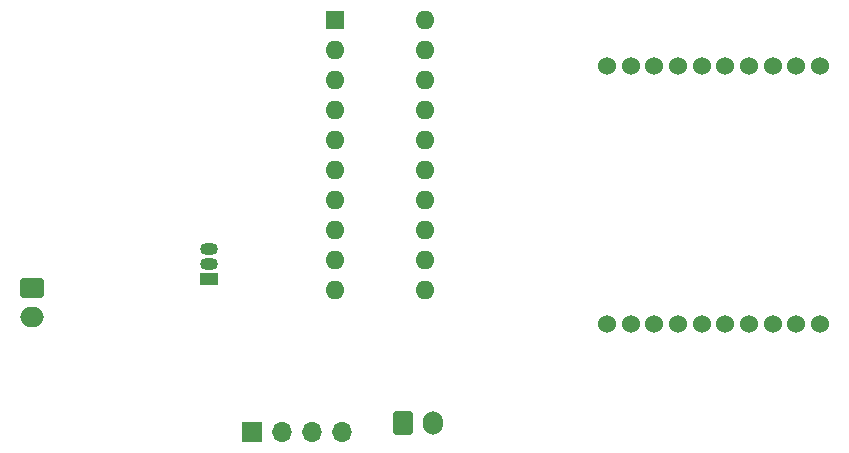
<source format=gbr>
%TF.GenerationSoftware,KiCad,Pcbnew,8.0.6*%
%TF.CreationDate,2025-02-05T16:39:24-07:00*%
%TF.ProjectId,PACS_1.0,50414353-5f31-42e3-902e-6b696361645f,rev?*%
%TF.SameCoordinates,Original*%
%TF.FileFunction,Soldermask,Bot*%
%TF.FilePolarity,Negative*%
%FSLAX46Y46*%
G04 Gerber Fmt 4.6, Leading zero omitted, Abs format (unit mm)*
G04 Created by KiCad (PCBNEW 8.0.6) date 2025-02-05 16:39:24*
%MOMM*%
%LPD*%
G01*
G04 APERTURE LIST*
G04 Aperture macros list*
%AMRoundRect*
0 Rectangle with rounded corners*
0 $1 Rounding radius*
0 $2 $3 $4 $5 $6 $7 $8 $9 X,Y pos of 4 corners*
0 Add a 4 corners polygon primitive as box body*
4,1,4,$2,$3,$4,$5,$6,$7,$8,$9,$2,$3,0*
0 Add four circle primitives for the rounded corners*
1,1,$1+$1,$2,$3*
1,1,$1+$1,$4,$5*
1,1,$1+$1,$6,$7*
1,1,$1+$1,$8,$9*
0 Add four rect primitives between the rounded corners*
20,1,$1+$1,$2,$3,$4,$5,0*
20,1,$1+$1,$4,$5,$6,$7,0*
20,1,$1+$1,$6,$7,$8,$9,0*
20,1,$1+$1,$8,$9,$2,$3,0*%
G04 Aperture macros list end*
%ADD10R,1.500000X1.050000*%
%ADD11O,1.500000X1.050000*%
%ADD12R,1.600000X1.600000*%
%ADD13O,1.600000X1.600000*%
%ADD14R,1.700000X1.700000*%
%ADD15O,1.700000X1.700000*%
%ADD16RoundRect,0.250000X-0.750000X0.600000X-0.750000X-0.600000X0.750000X-0.600000X0.750000X0.600000X0*%
%ADD17O,2.000000X1.700000*%
%ADD18RoundRect,0.250000X-0.600000X-0.750000X0.600000X-0.750000X0.600000X0.750000X-0.600000X0.750000X0*%
%ADD19O,1.700000X2.000000*%
%ADD20C,1.524000*%
G04 APERTURE END LIST*
D10*
%TO.C,Q1*%
X161000000Y-96270000D03*
D11*
X161000000Y-95000000D03*
X161000000Y-93730000D03*
%TD*%
D12*
%TO.C,U1*%
X171700000Y-74325000D03*
D13*
X171700000Y-76865000D03*
X171700000Y-79405000D03*
X171700000Y-81945000D03*
X171700000Y-84485000D03*
X171700000Y-87025000D03*
X171700000Y-89565000D03*
X171700000Y-92105000D03*
X171700000Y-94645000D03*
X171700000Y-97185000D03*
X179320000Y-97185000D03*
X179320000Y-94645000D03*
X179320000Y-92105000D03*
X179320000Y-89565000D03*
X179320000Y-87025000D03*
X179320000Y-84485000D03*
X179320000Y-81945000D03*
X179320000Y-79405000D03*
X179320000Y-76865000D03*
X179320000Y-74325000D03*
%TD*%
D14*
%TO.C,J1*%
X164700000Y-109225000D03*
D15*
X167240000Y-109225000D03*
X169780000Y-109225000D03*
X172320000Y-109225000D03*
%TD*%
D16*
%TO.C,BT1*%
X146050000Y-97000000D03*
D17*
X146050000Y-99500000D03*
%TD*%
D18*
%TO.C,J2*%
X177500000Y-108450000D03*
D19*
X180000000Y-108450000D03*
%TD*%
D20*
%TO.C,U7*%
X212750000Y-78250000D03*
X210750000Y-78250000D03*
X208750000Y-78250000D03*
X206750000Y-78250000D03*
X204750000Y-78250000D03*
X202750000Y-78250000D03*
X200750000Y-78250000D03*
X198750000Y-78250000D03*
X196750000Y-78250000D03*
X194750000Y-78250000D03*
X194750000Y-100094000D03*
X196750000Y-100094000D03*
X198750000Y-100094000D03*
X200750000Y-100094000D03*
X202750000Y-100094000D03*
X204750000Y-100094000D03*
X206750000Y-100094000D03*
X208750000Y-100094000D03*
X210750000Y-100094000D03*
X212750000Y-100094000D03*
%TD*%
M02*

</source>
